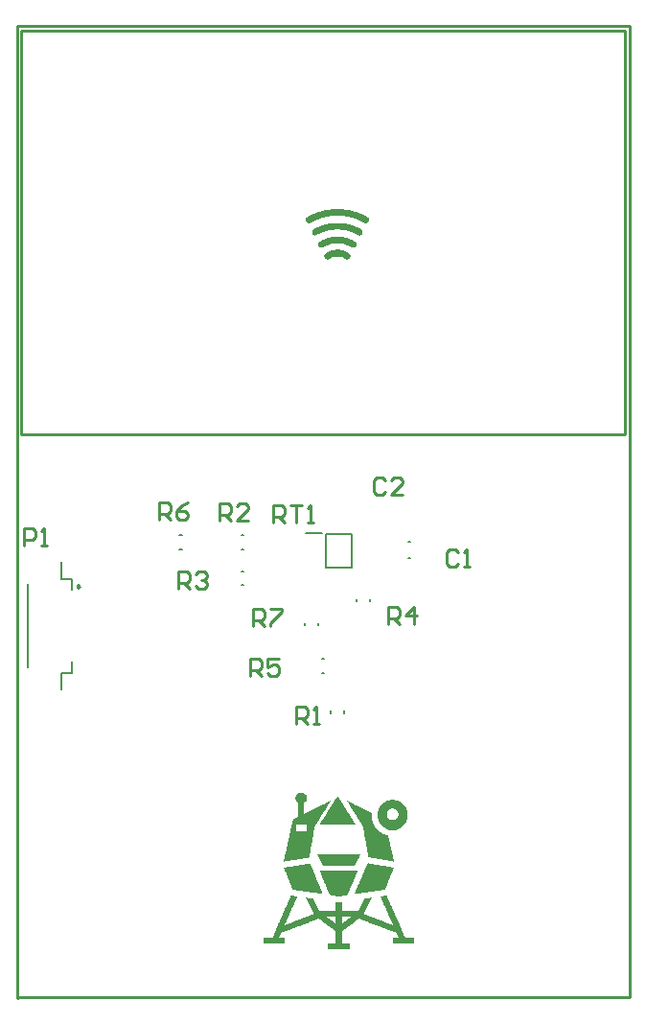
<source format=gto>
G04*
G04 #@! TF.GenerationSoftware,Altium Limited,Altium Designer,21.7.2 (23)*
G04*
G04 Layer_Color=65535*
%FSLAX25Y25*%
%MOIN*%
G70*
G04*
G04 #@! TF.SameCoordinates,3B60FD94-7D09-417F-B4C1-333D49710502*
G04*
G04*
G04 #@! TF.FilePolarity,Positive*
G04*
G01*
G75*
%ADD10C,0.00984*%
%ADD11C,0.01000*%
%ADD12C,0.00787*%
%ADD13C,0.01575*%
G36*
X113063Y274243D02*
X113949D01*
Y274169D01*
X114466D01*
Y274095D01*
X114909D01*
Y274021D01*
X115352D01*
Y273947D01*
X115721D01*
Y273873D01*
X116017D01*
Y273800D01*
X116312D01*
Y273726D01*
X116681D01*
Y273652D01*
X116977D01*
Y273578D01*
X117198D01*
Y273504D01*
X117494D01*
Y273430D01*
X117715D01*
Y273357D01*
X117937D01*
Y273283D01*
X118158D01*
Y273209D01*
X118380D01*
Y273135D01*
X118601D01*
Y273061D01*
X118749D01*
Y272987D01*
X118971D01*
Y272914D01*
X119192D01*
Y272840D01*
X119340D01*
Y272766D01*
X119561D01*
Y272692D01*
X119709D01*
Y272618D01*
X119857D01*
Y272544D01*
X120078D01*
Y272470D01*
X120226D01*
Y272397D01*
X120373D01*
Y272323D01*
X120521D01*
Y272249D01*
X120669D01*
Y272175D01*
X120817D01*
Y272101D01*
X120964D01*
Y272027D01*
X121112D01*
Y271954D01*
X121259D01*
Y271880D01*
X121407D01*
Y271806D01*
X121555D01*
Y271732D01*
X121703D01*
Y271658D01*
X121776D01*
Y271584D01*
X121924D01*
Y271511D01*
X121998D01*
Y271437D01*
X122146D01*
Y271363D01*
X122219D01*
Y271289D01*
X122293D01*
Y271215D01*
X122367D01*
Y271141D01*
X122441D01*
Y270994D01*
X122515D01*
Y270624D01*
X122589D01*
Y270403D01*
X122515D01*
Y270108D01*
X122441D01*
Y269960D01*
X122367D01*
Y269886D01*
X122293D01*
Y269812D01*
X122219D01*
Y269738D01*
X122146D01*
Y269665D01*
X122072D01*
Y269591D01*
X121924D01*
Y269517D01*
X121776D01*
Y269443D01*
X121481D01*
Y269369D01*
X121407D01*
Y269443D01*
X121112D01*
Y269517D01*
X120890D01*
Y269591D01*
X120743D01*
Y269665D01*
X120595D01*
Y269738D01*
X120447D01*
Y269812D01*
X120300D01*
Y269886D01*
X120152D01*
Y269960D01*
X120004D01*
Y270034D01*
X119857D01*
Y270108D01*
X119709D01*
Y270181D01*
X119561D01*
Y270255D01*
X119413D01*
Y270329D01*
X119266D01*
Y270403D01*
X119044D01*
Y270477D01*
X118897D01*
Y270551D01*
X118749D01*
Y270624D01*
X118527D01*
Y270698D01*
X118380D01*
Y270772D01*
X118158D01*
Y270846D01*
X118010D01*
Y270920D01*
X117789D01*
Y270994D01*
X117568D01*
Y271068D01*
X117346D01*
Y271141D01*
X117124D01*
Y271215D01*
X116903D01*
Y271289D01*
X116608D01*
Y271363D01*
X116312D01*
Y271437D01*
X116091D01*
Y271511D01*
X115721D01*
Y271584D01*
X115352D01*
Y271658D01*
X114983D01*
Y271732D01*
X114614D01*
Y271806D01*
X114023D01*
Y271880D01*
X113285D01*
Y271954D01*
X109593D01*
Y271880D01*
X108928D01*
Y271806D01*
X108338D01*
Y271732D01*
X107968D01*
Y271658D01*
X107599D01*
Y271584D01*
X107230D01*
Y271511D01*
X106935D01*
Y271437D01*
X106639D01*
Y271363D01*
X106344D01*
Y271289D01*
X106122D01*
Y271215D01*
X105901D01*
Y271141D01*
X105605D01*
Y271068D01*
X105458D01*
Y270994D01*
X105236D01*
Y270920D01*
X105015D01*
Y270846D01*
X104793D01*
Y270772D01*
X104646D01*
Y270698D01*
X104424D01*
Y270624D01*
X104276D01*
Y270551D01*
X104129D01*
Y270477D01*
X103907D01*
Y270403D01*
X103760D01*
Y270329D01*
X103612D01*
Y270255D01*
X103390D01*
Y270181D01*
X103243D01*
Y270108D01*
X103095D01*
Y270034D01*
X102947D01*
Y269960D01*
X102800D01*
Y269886D01*
X102652D01*
Y269812D01*
X102504D01*
Y269738D01*
X102357D01*
Y269665D01*
X102209D01*
Y269591D01*
X101987D01*
Y269517D01*
X101840D01*
Y269443D01*
X101618D01*
Y269369D01*
X101323D01*
Y269443D01*
X101175D01*
Y269517D01*
X101027D01*
Y269591D01*
X100880D01*
Y269665D01*
X100806D01*
Y269738D01*
X100732D01*
Y269812D01*
X100658D01*
Y269886D01*
X100584D01*
Y270034D01*
X100511D01*
Y270181D01*
X100437D01*
Y270920D01*
X100511D01*
Y271141D01*
X100584D01*
Y271215D01*
X100658D01*
Y271289D01*
X100732D01*
Y271363D01*
X100806D01*
Y271437D01*
X100880D01*
Y271511D01*
X101027D01*
Y271584D01*
X101101D01*
Y271658D01*
X101249D01*
Y271732D01*
X101397D01*
Y271806D01*
X101544D01*
Y271880D01*
X101618D01*
Y271954D01*
X101766D01*
Y272027D01*
X101913D01*
Y272101D01*
X102061D01*
Y272175D01*
X102209D01*
Y272249D01*
X102430D01*
Y272323D01*
X102578D01*
Y272397D01*
X102726D01*
Y272470D01*
X102873D01*
Y272544D01*
X103021D01*
Y272618D01*
X103243D01*
Y272692D01*
X103390D01*
Y272766D01*
X103612D01*
Y272840D01*
X103760D01*
Y272914D01*
X103981D01*
Y272987D01*
X104202D01*
Y273061D01*
X104350D01*
Y273135D01*
X104572D01*
Y273209D01*
X104793D01*
Y273283D01*
X105015D01*
Y273357D01*
X105236D01*
Y273430D01*
X105532D01*
Y273504D01*
X105753D01*
Y273578D01*
X106049D01*
Y273652D01*
X106270D01*
Y273726D01*
X106639D01*
Y273800D01*
X106935D01*
Y273873D01*
X107304D01*
Y273947D01*
X107673D01*
Y274021D01*
X108116D01*
Y274095D01*
X108559D01*
Y274169D01*
X109224D01*
Y274243D01*
X110405D01*
Y274317D01*
X113063D01*
Y274243D01*
D02*
G37*
G36*
X112842Y269443D02*
X113506D01*
Y269369D01*
X114097D01*
Y269295D01*
X114466D01*
Y269221D01*
X114835D01*
Y269148D01*
X115205D01*
Y269074D01*
X115500D01*
Y269000D01*
X115795D01*
Y268926D01*
X116017D01*
Y268852D01*
X116312D01*
Y268778D01*
X116534D01*
Y268705D01*
X116755D01*
Y268631D01*
X116977D01*
Y268557D01*
X117198D01*
Y268483D01*
X117346D01*
Y268409D01*
X117568D01*
Y268335D01*
X117715D01*
Y268262D01*
X117937D01*
Y268188D01*
X118084D01*
Y268114D01*
X118306D01*
Y268040D01*
X118454D01*
Y267966D01*
X118601D01*
Y267892D01*
X118749D01*
Y267819D01*
X118897D01*
Y267745D01*
X119044D01*
Y267671D01*
X119192D01*
Y267597D01*
X119340D01*
Y267523D01*
X119413D01*
Y267449D01*
X119561D01*
Y267375D01*
X119635D01*
Y267302D01*
X119783D01*
Y267228D01*
X119857D01*
Y267154D01*
X119930D01*
Y267080D01*
X120004D01*
Y267006D01*
X120078D01*
Y266933D01*
X120152D01*
Y266785D01*
X120226D01*
Y266711D01*
X120300D01*
Y266490D01*
X120373D01*
Y266194D01*
X120300D01*
Y265899D01*
X120226D01*
Y265751D01*
X120152D01*
Y265603D01*
X120078D01*
Y265529D01*
X120004D01*
Y265456D01*
X119930D01*
Y265382D01*
X119783D01*
Y265308D01*
X119709D01*
Y265234D01*
X119487D01*
Y265160D01*
X118971D01*
Y265234D01*
X118749D01*
Y265308D01*
X118601D01*
Y265382D01*
X118454D01*
Y265456D01*
X118306D01*
Y265529D01*
X118158D01*
Y265603D01*
X117937D01*
Y265677D01*
X117789D01*
Y265751D01*
X117641D01*
Y265825D01*
X117494D01*
Y265899D01*
X117346D01*
Y265973D01*
X117198D01*
Y266046D01*
X116977D01*
Y266120D01*
X116829D01*
Y266194D01*
X116681D01*
Y266268D01*
X116460D01*
Y266342D01*
X116238D01*
Y266416D01*
X116091D01*
Y266490D01*
X115869D01*
Y266563D01*
X115648D01*
Y266637D01*
X115352D01*
Y266711D01*
X115131D01*
Y266785D01*
X114835D01*
Y266859D01*
X114540D01*
Y266933D01*
X114171D01*
Y267006D01*
X113728D01*
Y267080D01*
X113285D01*
Y267154D01*
X112620D01*
Y267228D01*
X110479D01*
Y267154D01*
X109740D01*
Y267080D01*
X109224D01*
Y267006D01*
X108781D01*
Y266933D01*
X108411D01*
Y266859D01*
X108116D01*
Y266785D01*
X107821D01*
Y266711D01*
X107525D01*
Y266637D01*
X107304D01*
Y266563D01*
X107082D01*
Y266490D01*
X106861D01*
Y266416D01*
X106639D01*
Y266342D01*
X106492D01*
Y266268D01*
X106270D01*
Y266194D01*
X106122D01*
Y266120D01*
X105901D01*
Y266046D01*
X105753D01*
Y265973D01*
X105605D01*
Y265899D01*
X105458D01*
Y265825D01*
X105310D01*
Y265751D01*
X105162D01*
Y265677D01*
X104941D01*
Y265603D01*
X104793D01*
Y265529D01*
X104646D01*
Y265456D01*
X104498D01*
Y265382D01*
X104350D01*
Y265308D01*
X104129D01*
Y265234D01*
X103907D01*
Y265160D01*
X103390D01*
Y265234D01*
X103243D01*
Y265308D01*
X103095D01*
Y265382D01*
X103021D01*
Y265456D01*
X102947D01*
Y265529D01*
X102873D01*
Y265603D01*
X102800D01*
Y265751D01*
X102726D01*
Y265973D01*
X102652D01*
Y266637D01*
X102726D01*
Y266859D01*
X102800D01*
Y266933D01*
X102873D01*
Y267080D01*
X102947D01*
Y267154D01*
X103095D01*
Y267228D01*
X103169D01*
Y267302D01*
X103316D01*
Y267375D01*
X103464D01*
Y267449D01*
X103538D01*
Y267523D01*
X103686D01*
Y267597D01*
X103833D01*
Y267671D01*
X103981D01*
Y267745D01*
X104129D01*
Y267819D01*
X104276D01*
Y267892D01*
X104424D01*
Y267966D01*
X104646D01*
Y268040D01*
X104793D01*
Y268114D01*
X104941D01*
Y268188D01*
X105089D01*
Y268262D01*
X105310D01*
Y268335D01*
X105458D01*
Y268409D01*
X105605D01*
Y268483D01*
X105827D01*
Y268557D01*
X105975D01*
Y268631D01*
X106196D01*
Y268705D01*
X106418D01*
Y268778D01*
X106639D01*
Y268852D01*
X106935D01*
Y268926D01*
X107156D01*
Y269000D01*
X107451D01*
Y269074D01*
X107747D01*
Y269148D01*
X108116D01*
Y269221D01*
X108485D01*
Y269295D01*
X108854D01*
Y269369D01*
X109445D01*
Y269443D01*
X110110D01*
Y269517D01*
X112842D01*
Y269443D01*
D02*
G37*
G36*
X112546Y264644D02*
X113285D01*
Y264570D01*
X113728D01*
Y264496D01*
X114097D01*
Y264422D01*
X114392D01*
Y264348D01*
X114688D01*
Y264274D01*
X114909D01*
Y264200D01*
X115131D01*
Y264127D01*
X115352D01*
Y264053D01*
X115500D01*
Y263979D01*
X115721D01*
Y263905D01*
X115869D01*
Y263831D01*
X116091D01*
Y263757D01*
X116238D01*
Y263684D01*
X116386D01*
Y263610D01*
X116534D01*
Y263536D01*
X116681D01*
Y263462D01*
X116829D01*
Y263388D01*
X116977D01*
Y263314D01*
X117124D01*
Y263241D01*
X117272D01*
Y263167D01*
X117346D01*
Y263093D01*
X117494D01*
Y263019D01*
X117641D01*
Y262945D01*
X117715D01*
Y262871D01*
X117789D01*
Y262797D01*
X117863D01*
Y262724D01*
X117937D01*
Y262650D01*
X118010D01*
Y262502D01*
X118084D01*
Y262281D01*
X118158D01*
Y261838D01*
X118084D01*
Y261542D01*
X118010D01*
Y261468D01*
X117937D01*
Y261395D01*
X117863D01*
Y261247D01*
X117789D01*
Y261173D01*
X117715D01*
Y261099D01*
X117568D01*
Y261025D01*
X117420D01*
Y260951D01*
X117272D01*
Y260878D01*
X116829D01*
Y260951D01*
X116608D01*
Y261025D01*
X116460D01*
Y261099D01*
X116312D01*
Y261173D01*
X116165D01*
Y261247D01*
X116017D01*
Y261321D01*
X115869D01*
Y261395D01*
X115648D01*
Y261468D01*
X115500D01*
Y261542D01*
X115352D01*
Y261616D01*
X115205D01*
Y261690D01*
X114983D01*
Y261764D01*
X114835D01*
Y261838D01*
X114614D01*
Y261911D01*
X114392D01*
Y261985D01*
X114171D01*
Y262059D01*
X113875D01*
Y262133D01*
X113654D01*
Y262207D01*
X113285D01*
Y262281D01*
X112916D01*
Y262354D01*
X112399D01*
Y262428D01*
X110553D01*
Y262354D01*
X110036D01*
Y262281D01*
X109667D01*
Y262207D01*
X109298D01*
Y262133D01*
X109076D01*
Y262059D01*
X108781D01*
Y261985D01*
X108559D01*
Y261911D01*
X108338D01*
Y261838D01*
X108116D01*
Y261764D01*
X107968D01*
Y261690D01*
X107821D01*
Y261616D01*
X107599D01*
Y261542D01*
X107451D01*
Y261468D01*
X107304D01*
Y261395D01*
X107156D01*
Y261321D01*
X107008D01*
Y261247D01*
X106861D01*
Y261173D01*
X106713D01*
Y261099D01*
X106492D01*
Y261025D01*
X106344D01*
Y260951D01*
X106049D01*
Y260878D01*
X105605D01*
Y260951D01*
X105458D01*
Y261025D01*
X105384D01*
Y261099D01*
X105236D01*
Y261173D01*
X105162D01*
Y261247D01*
X105089D01*
Y261395D01*
X105015D01*
Y261468D01*
X104941D01*
Y261616D01*
X104867D01*
Y262428D01*
X104941D01*
Y262576D01*
X105015D01*
Y262650D01*
X105089D01*
Y262797D01*
X105162D01*
Y262871D01*
X105310D01*
Y262945D01*
X105384D01*
Y263019D01*
X105458D01*
Y263093D01*
X105605D01*
Y263167D01*
X105679D01*
Y263241D01*
X105827D01*
Y263314D01*
X105975D01*
Y263388D01*
X106122D01*
Y263462D01*
X106270D01*
Y263536D01*
X106418D01*
Y263610D01*
X106565D01*
Y263684D01*
X106713D01*
Y263757D01*
X106861D01*
Y263831D01*
X107082D01*
Y263905D01*
X107230D01*
Y263979D01*
X107451D01*
Y264053D01*
X107673D01*
Y264127D01*
X107821D01*
Y264200D01*
X108116D01*
Y264274D01*
X108338D01*
Y264348D01*
X108633D01*
Y264422D01*
X108928D01*
Y264496D01*
X109298D01*
Y264570D01*
X109740D01*
Y264644D01*
X110479D01*
Y264717D01*
X112546D01*
Y264644D01*
D02*
G37*
G36*
X112325Y260139D02*
X112842D01*
Y260065D01*
X113137D01*
Y259992D01*
X113433D01*
Y259918D01*
X113654D01*
Y259844D01*
X113875D01*
Y259770D01*
X114097D01*
Y259696D01*
X114245D01*
Y259622D01*
X114392D01*
Y259548D01*
X114540D01*
Y259475D01*
X114688D01*
Y259401D01*
X114835D01*
Y259327D01*
X114983D01*
Y259253D01*
X115057D01*
Y259179D01*
X115205D01*
Y259105D01*
X115278D01*
Y259032D01*
X115426D01*
Y258958D01*
X115500D01*
Y258884D01*
X115574D01*
Y258810D01*
X115648D01*
Y258736D01*
X115721D01*
Y258662D01*
X115795D01*
Y258589D01*
X115869D01*
Y258441D01*
X115943D01*
Y258293D01*
X116017D01*
Y257555D01*
X115943D01*
Y257407D01*
X115869D01*
Y257333D01*
X115795D01*
Y257259D01*
X115721D01*
Y257186D01*
X115648D01*
Y257112D01*
X115574D01*
Y257038D01*
X115500D01*
Y256964D01*
X115352D01*
Y256890D01*
X115131D01*
Y256817D01*
X114614D01*
Y256890D01*
X114466D01*
Y256964D01*
X114319D01*
Y257038D01*
X114171D01*
Y257112D01*
X114023D01*
Y257186D01*
X113875D01*
Y257259D01*
X113802D01*
Y257333D01*
X113654D01*
Y257407D01*
X113506D01*
Y257481D01*
X113359D01*
Y257555D01*
X113211D01*
Y257629D01*
X112989D01*
Y257702D01*
X112768D01*
Y257776D01*
X112473D01*
Y257850D01*
X110479D01*
Y257776D01*
X110184D01*
Y257702D01*
X109888D01*
Y257629D01*
X109740D01*
Y257555D01*
X109593D01*
Y257481D01*
X109445D01*
Y257407D01*
X109298D01*
Y257333D01*
X109150D01*
Y257259D01*
X109076D01*
Y257186D01*
X108928D01*
Y257112D01*
X108781D01*
Y257038D01*
X108633D01*
Y256964D01*
X108485D01*
Y256890D01*
X108338D01*
Y256817D01*
X107821D01*
Y256890D01*
X107599D01*
Y256964D01*
X107451D01*
Y257038D01*
X107378D01*
Y257112D01*
X107304D01*
Y257186D01*
X107230D01*
Y257259D01*
X107156D01*
Y257333D01*
X107082D01*
Y257481D01*
X107008D01*
Y257629D01*
X106935D01*
Y258293D01*
X107008D01*
Y258441D01*
X107082D01*
Y258589D01*
X107156D01*
Y258662D01*
X107230D01*
Y258736D01*
X107304D01*
Y258810D01*
X107378D01*
Y258884D01*
X107451D01*
Y258958D01*
X107599D01*
Y259032D01*
X107673D01*
Y259105D01*
X107821D01*
Y259179D01*
X107895D01*
Y259253D01*
X108042D01*
Y259327D01*
X108190D01*
Y259401D01*
X108264D01*
Y259475D01*
X108411D01*
Y259548D01*
X108559D01*
Y259622D01*
X108781D01*
Y259696D01*
X108928D01*
Y259770D01*
X109150D01*
Y259844D01*
X109298D01*
Y259918D01*
X109593D01*
Y259992D01*
X109814D01*
Y260065D01*
X110184D01*
Y260139D01*
X110700D01*
Y260213D01*
X112325D01*
Y260139D01*
D02*
G37*
G36*
X111698Y70054D02*
X111815D01*
Y69820D01*
X111931D01*
Y69703D01*
X112048D01*
Y69470D01*
X112165D01*
Y69353D01*
X112282D01*
Y69120D01*
X112398D01*
Y68886D01*
X112515D01*
Y68769D01*
X112632D01*
Y68652D01*
Y68536D01*
X112749D01*
Y68419D01*
X112865D01*
Y68185D01*
X112982D01*
Y67952D01*
X113099D01*
Y67835D01*
X113216D01*
Y67602D01*
X113332D01*
Y67485D01*
X113449D01*
Y67251D01*
X113566D01*
Y67135D01*
X113683D01*
Y66901D01*
X113800D01*
Y66668D01*
X113916D01*
Y66434D01*
X114033D01*
Y66317D01*
X114150D01*
Y66084D01*
X114267D01*
Y65967D01*
X114383D01*
Y65733D01*
X114500D01*
Y65500D01*
X114617D01*
Y65383D01*
X114734D01*
Y65267D01*
X114850D01*
Y65033D01*
X114967D01*
Y64799D01*
X115084D01*
Y64566D01*
X115200D01*
Y64449D01*
X115317D01*
Y64216D01*
X115434D01*
Y64099D01*
X115551D01*
Y63865D01*
X115668D01*
Y63749D01*
X115784D01*
Y63515D01*
X115901D01*
Y63282D01*
X116018D01*
Y63165D01*
X116135D01*
Y62931D01*
X116251D01*
Y62815D01*
X116368D01*
Y62581D01*
X116485D01*
Y62348D01*
X116602D01*
Y62231D01*
X116718D01*
Y61997D01*
X116835D01*
Y61880D01*
X116952D01*
Y61647D01*
X117069D01*
Y61414D01*
X117185D01*
Y61297D01*
X117302D01*
Y61063D01*
X117419D01*
Y60946D01*
X117536D01*
Y60713D01*
X117652D01*
Y60479D01*
X117769D01*
Y60363D01*
X105393D01*
Y60479D01*
X105510D01*
Y60713D01*
X105626D01*
Y60946D01*
X105743D01*
Y61063D01*
X105860D01*
Y61297D01*
X105977D01*
Y61530D01*
X106093D01*
Y61647D01*
X106210D01*
Y61880D01*
X106327D01*
Y61997D01*
X106444D01*
Y62231D01*
X106560D01*
Y62348D01*
X106677D01*
Y62581D01*
X106794D01*
Y62698D01*
X106911D01*
Y62931D01*
X107027D01*
Y63165D01*
X107144D01*
Y63282D01*
X107261D01*
Y63515D01*
X107378D01*
Y63749D01*
X107494D01*
Y63865D01*
X107611D01*
Y64099D01*
X107728D01*
Y64216D01*
X107845D01*
Y64449D01*
X107961D01*
Y64566D01*
X108078D01*
Y64799D01*
X108195D01*
Y65033D01*
X108312D01*
Y65267D01*
X108429D01*
Y65383D01*
X108545D01*
Y65617D01*
X108662D01*
Y65733D01*
X108779D01*
Y65967D01*
X108896D01*
Y66201D01*
X109012D01*
Y66317D01*
X109129D01*
Y66551D01*
X109246D01*
Y66668D01*
X109363D01*
Y66901D01*
X109479D01*
Y67135D01*
X109596D01*
Y67251D01*
X109713D01*
Y67485D01*
X109830D01*
Y67602D01*
X109946D01*
Y67835D01*
X110063D01*
Y67952D01*
X110180D01*
Y68185D01*
X110297D01*
Y68419D01*
X110414D01*
Y68536D01*
X110530D01*
Y68769D01*
X110647D01*
Y68886D01*
X110764D01*
Y69120D01*
X110880D01*
Y69236D01*
X110997D01*
Y69470D01*
X111114D01*
Y69703D01*
X111231D01*
Y69820D01*
X111347D01*
Y70054D01*
X111464D01*
Y70170D01*
X111698D01*
Y70054D01*
D02*
G37*
G36*
X131488Y68791D02*
X132071D01*
Y68674D01*
X132422D01*
Y68558D01*
X132772D01*
Y68441D01*
X133005D01*
Y68324D01*
X133239D01*
Y68207D01*
X133356D01*
Y68091D01*
X133589D01*
Y67974D01*
X133706D01*
Y67857D01*
X133940D01*
Y67740D01*
X134056D01*
Y67624D01*
X134173D01*
Y67507D01*
X134290D01*
Y67390D01*
X134407D01*
Y67273D01*
X134523D01*
Y67157D01*
X134640D01*
Y67040D01*
X134757D01*
Y66923D01*
X134874D01*
Y66690D01*
X134990D01*
Y66573D01*
X135107D01*
Y66456D01*
X135224D01*
Y66223D01*
X135341D01*
Y65989D01*
X135457D01*
Y65755D01*
X135574D01*
Y65405D01*
X135691D01*
Y64938D01*
X135808D01*
Y64354D01*
X135924D01*
Y62836D01*
X135808D01*
Y62253D01*
X135691D01*
Y61902D01*
X135574D01*
Y61552D01*
X135457D01*
Y61319D01*
X135341D01*
Y61085D01*
X135224D01*
Y60968D01*
X135107D01*
Y60735D01*
X134990D01*
Y60618D01*
X134874D01*
Y60385D01*
X134757D01*
Y60268D01*
X134640D01*
Y60151D01*
X134523D01*
Y60034D01*
X134407D01*
Y59918D01*
X134290D01*
Y59801D01*
X134173D01*
Y59684D01*
X134056D01*
Y59567D01*
X133940D01*
Y59451D01*
X133706D01*
Y59334D01*
X133589D01*
Y59217D01*
X133356D01*
Y59100D01*
X133239D01*
Y58983D01*
X133005D01*
Y58867D01*
X132772D01*
Y58750D01*
X132422D01*
Y58633D01*
X132071D01*
Y58517D01*
X131488D01*
Y58400D01*
X129970D01*
Y58517D01*
X129269D01*
Y58633D01*
X128919D01*
Y58750D01*
X128569D01*
Y58867D01*
X128335D01*
Y58983D01*
X128102D01*
Y59100D01*
X127985D01*
Y59217D01*
X127751D01*
Y59334D01*
X127518D01*
Y59451D01*
X127401D01*
Y59567D01*
X127284D01*
Y59684D01*
X127168D01*
Y59801D01*
X127051D01*
Y59918D01*
X126934D01*
Y60034D01*
X126817D01*
Y60151D01*
X126700D01*
Y60268D01*
X126584D01*
Y60385D01*
X126467D01*
Y60618D01*
X126350D01*
Y60735D01*
X126233D01*
Y60968D01*
X126117D01*
Y61085D01*
X126000D01*
Y61319D01*
X125883D01*
Y61552D01*
X125767D01*
Y61902D01*
X125650D01*
Y62370D01*
X125533D01*
Y62836D01*
X125416D01*
Y64354D01*
X125533D01*
Y65055D01*
X125650D01*
Y65405D01*
X125767D01*
Y65755D01*
X125883D01*
Y65989D01*
X126000D01*
Y66223D01*
X126117D01*
Y66339D01*
X126233D01*
Y66573D01*
X126350D01*
Y66690D01*
X126467D01*
Y66923D01*
X126584D01*
Y67040D01*
X126700D01*
Y67157D01*
X126817D01*
Y67273D01*
X126934D01*
Y67390D01*
X127051D01*
Y67507D01*
X127168D01*
Y67624D01*
X127284D01*
Y67740D01*
X127401D01*
Y67857D01*
X127635D01*
Y67974D01*
X127751D01*
Y68091D01*
X127985D01*
Y68207D01*
X128102D01*
Y68324D01*
X128335D01*
Y68441D01*
X128569D01*
Y68558D01*
X128919D01*
Y68674D01*
X129269D01*
Y68791D01*
X129853D01*
Y68908D01*
X131488D01*
Y68791D01*
D02*
G37*
G36*
X115025Y68441D02*
X115258D01*
Y68324D01*
X115492D01*
Y68207D01*
X115725D01*
Y68091D01*
X115959D01*
Y67974D01*
X116192D01*
Y67857D01*
X116426D01*
Y67740D01*
X116659D01*
Y67624D01*
X117010D01*
Y67507D01*
X117126D01*
Y67390D01*
X117360D01*
Y67273D01*
X117593D01*
Y67157D01*
X117944D01*
Y67040D01*
X118060D01*
Y66923D01*
X118411D01*
Y66806D01*
X118644D01*
Y66690D01*
X118878D01*
Y66573D01*
X119111D01*
Y66456D01*
X119345D01*
Y66339D01*
X119578D01*
Y66223D01*
X119812D01*
Y66106D01*
X120045D01*
Y65989D01*
X120279D01*
Y65872D01*
X120512D01*
Y65755D01*
X120746D01*
Y65639D01*
X121096D01*
Y65522D01*
X121330D01*
Y65405D01*
X121446D01*
Y65289D01*
X121797D01*
Y65172D01*
X121914D01*
Y65055D01*
X122264D01*
Y64938D01*
X122497D01*
Y64821D01*
X122731D01*
Y64705D01*
X122964D01*
Y64588D01*
X123198D01*
Y64471D01*
X123315D01*
Y62836D01*
X123431D01*
Y62136D01*
X123548D01*
Y61669D01*
X123665D01*
Y61319D01*
X123782D01*
Y60852D01*
X123898D01*
Y60618D01*
X124015D01*
Y60385D01*
X124132D01*
Y60151D01*
X124249D01*
Y60034D01*
X124365D01*
Y59801D01*
X124482D01*
Y59684D01*
X124599D01*
Y59451D01*
X124716D01*
Y59334D01*
X124832D01*
Y59100D01*
X124949D01*
Y58983D01*
X125066D01*
Y58867D01*
X125183D01*
Y58750D01*
X125300D01*
Y58633D01*
X125416D01*
Y58517D01*
X125533D01*
Y58400D01*
X125650D01*
Y58283D01*
X125767D01*
Y58166D01*
X125883D01*
Y58049D01*
X126000D01*
Y57933D01*
X126117D01*
Y57816D01*
X126350D01*
Y57699D01*
X126467D01*
Y57582D01*
X126700D01*
Y57466D01*
X126817D01*
Y57349D01*
X127051D01*
Y57232D01*
X127284D01*
Y57115D01*
X127401D01*
Y56999D01*
X127751D01*
Y56882D01*
X127985D01*
Y56765D01*
X128335D01*
Y56648D01*
X128685D01*
Y56532D01*
X129153D01*
Y56298D01*
X129269D01*
Y55714D01*
X129386D01*
Y55247D01*
X129503D01*
Y54780D01*
X129620D01*
Y54196D01*
X129736D01*
Y53729D01*
X129853D01*
Y53146D01*
X129970D01*
Y52562D01*
X130087D01*
Y52095D01*
X130203D01*
Y51511D01*
X130320D01*
Y51044D01*
X130437D01*
Y50577D01*
X130554D01*
Y49993D01*
X130670D01*
Y49409D01*
X130787D01*
Y48942D01*
X130904D01*
Y48475D01*
X131021D01*
Y47892D01*
X131137D01*
Y47425D01*
X130904D01*
Y47541D01*
X130320D01*
Y47658D01*
X129620D01*
Y47775D01*
X129036D01*
Y47892D01*
X128335D01*
Y48008D01*
X127635D01*
Y48125D01*
X127051D01*
Y48242D01*
X126467D01*
Y48359D01*
X125767D01*
Y48475D01*
X125066D01*
Y48592D01*
X124365D01*
Y48709D01*
X123782D01*
Y48825D01*
X123081D01*
Y48942D01*
X122497D01*
Y49059D01*
X122264D01*
Y49176D01*
X122147D01*
Y49760D01*
X122030D01*
Y50577D01*
X121914D01*
Y51278D01*
X121797D01*
Y51861D01*
X121680D01*
Y52562D01*
X121563D01*
Y53379D01*
X121446D01*
Y54080D01*
X121330D01*
Y54780D01*
X121213D01*
Y55364D01*
X121096D01*
Y56065D01*
X120979D01*
Y56882D01*
X120863D01*
Y57582D01*
X120746D01*
Y58283D01*
X120629D01*
Y58867D01*
X120512D01*
Y59567D01*
X120396D01*
Y59801D01*
X120279D01*
Y59918D01*
X120162D01*
Y60151D01*
X120045D01*
Y60385D01*
X119929D01*
Y60501D01*
X119812D01*
Y60735D01*
X119695D01*
Y60968D01*
X119578D01*
Y61085D01*
X119462D01*
Y61319D01*
X119345D01*
Y61435D01*
X119228D01*
Y61669D01*
X119111D01*
Y61786D01*
X118994D01*
Y62019D01*
X118878D01*
Y62253D01*
X118761D01*
Y62486D01*
X118644D01*
Y62603D01*
X118527D01*
Y62720D01*
X118411D01*
Y62953D01*
X118294D01*
Y63187D01*
X118177D01*
Y63304D01*
X118060D01*
Y63537D01*
X117944D01*
Y63771D01*
X117827D01*
Y63887D01*
X117710D01*
Y64121D01*
X117593D01*
Y64238D01*
X117477D01*
Y64471D01*
X117360D01*
Y64588D01*
X117243D01*
Y64821D01*
X117126D01*
Y65055D01*
X117010D01*
Y65172D01*
X116893D01*
Y65405D01*
X116776D01*
Y65639D01*
X116659D01*
Y65755D01*
X116543D01*
Y65989D01*
X116426D01*
Y66106D01*
X116309D01*
Y66339D01*
X116192D01*
Y66573D01*
X116076D01*
Y66690D01*
X115959D01*
Y66923D01*
X115842D01*
Y67040D01*
X115725D01*
Y67273D01*
X115609D01*
Y67390D01*
X115492D01*
Y67624D01*
X115375D01*
Y67857D01*
X115258D01*
Y67974D01*
X115141D01*
Y68207D01*
X115025D01*
Y68324D01*
X114908D01*
Y68558D01*
X115025D01*
Y68441D01*
D02*
G37*
G36*
X99379Y71360D02*
X99729D01*
Y71243D01*
X99963D01*
Y71126D01*
X100080D01*
Y71010D01*
X100196D01*
Y70893D01*
X100313D01*
Y70776D01*
X100430D01*
Y70659D01*
X100547D01*
Y70543D01*
X100663D01*
Y70309D01*
X100780D01*
Y69959D01*
X100897D01*
Y69025D01*
X100780D01*
Y68674D01*
X100663D01*
Y68441D01*
X100547D01*
Y68324D01*
X100430D01*
Y68207D01*
X100313D01*
Y68091D01*
X100196D01*
Y67974D01*
X100080D01*
Y67857D01*
X99963D01*
Y64121D01*
X100080D01*
Y64238D01*
X100313D01*
Y64354D01*
X100547D01*
Y64471D01*
X100780D01*
Y64588D01*
X101014D01*
Y64705D01*
X101247D01*
Y64821D01*
X101481D01*
Y64938D01*
X101714D01*
Y65055D01*
X101948D01*
Y65172D01*
X102181D01*
Y65289D01*
X102415D01*
Y65405D01*
X102765D01*
Y65522D01*
X102882D01*
Y65639D01*
X103232D01*
Y65755D01*
X103466D01*
Y65872D01*
X103699D01*
Y65989D01*
X103933D01*
Y66106D01*
X104166D01*
Y66223D01*
X104400D01*
Y66339D01*
X104633D01*
Y66456D01*
X104867D01*
Y66573D01*
X105100D01*
Y66690D01*
X105334D01*
Y66806D01*
X105567D01*
Y66923D01*
X105918D01*
Y67040D01*
X106151D01*
Y67157D01*
X106268D01*
Y67273D01*
X106618D01*
Y67390D01*
X106852D01*
Y67507D01*
X107085D01*
Y67624D01*
X107319D01*
Y67740D01*
X107552D01*
Y67857D01*
X107786D01*
Y67974D01*
X108019D01*
Y68091D01*
X108253D01*
Y68207D01*
X108486D01*
Y68324D01*
X108720D01*
Y68441D01*
X108953D01*
Y68558D01*
X109070D01*
Y68324D01*
X108953D01*
Y68207D01*
X108836D01*
Y67974D01*
X108720D01*
Y67740D01*
X108603D01*
Y67624D01*
X108486D01*
Y67390D01*
X108370D01*
Y67273D01*
X108253D01*
Y67040D01*
X108136D01*
Y66923D01*
X108019D01*
Y66690D01*
X107903D01*
Y66456D01*
X107786D01*
Y66339D01*
X107669D01*
Y66106D01*
X107552D01*
Y65989D01*
X107435D01*
Y65755D01*
X107319D01*
Y65522D01*
X107202D01*
Y65405D01*
X107085D01*
Y65172D01*
X106968D01*
Y65055D01*
X106852D01*
Y64821D01*
X106735D01*
Y64588D01*
X106618D01*
Y64471D01*
X106501D01*
Y64238D01*
X106385D01*
Y64121D01*
X106268D01*
Y63887D01*
X106151D01*
Y63654D01*
X106034D01*
Y63537D01*
X105918D01*
Y63304D01*
X105801D01*
Y63187D01*
X105684D01*
Y62953D01*
X105567D01*
Y62836D01*
X105450D01*
Y62603D01*
X105334D01*
Y62370D01*
X105217D01*
Y62253D01*
X105100D01*
Y62019D01*
X104983D01*
Y61786D01*
X104867D01*
Y61669D01*
X104750D01*
Y61435D01*
X104633D01*
Y61319D01*
X104516D01*
Y61085D01*
X104400D01*
Y60852D01*
X104283D01*
Y60735D01*
X104166D01*
Y60501D01*
X104050D01*
Y60385D01*
X103933D01*
Y60151D01*
X103816D01*
Y59918D01*
X103699D01*
Y59801D01*
X103582D01*
Y59567D01*
X103466D01*
Y58867D01*
X103349D01*
Y58283D01*
X103232D01*
Y57582D01*
X103115D01*
Y56882D01*
X102999D01*
Y56065D01*
X102882D01*
Y55364D01*
X102765D01*
Y54663D01*
X102648D01*
Y53963D01*
X102532D01*
Y53379D01*
X102415D01*
Y52679D01*
X102298D01*
Y51978D01*
X102181D01*
Y51161D01*
X102065D01*
Y50460D01*
X101948D01*
Y49760D01*
X101831D01*
Y49176D01*
X101714D01*
Y48942D01*
X101481D01*
Y48825D01*
X100897D01*
Y48709D01*
X100196D01*
Y48592D01*
X99496D01*
Y48475D01*
X98795D01*
Y48359D01*
X97978D01*
Y48242D01*
X97394D01*
Y48125D01*
X96694D01*
Y48008D01*
X95993D01*
Y47892D01*
X95293D01*
Y47775D01*
X94592D01*
Y47658D01*
X93775D01*
Y47541D01*
X93074D01*
Y47425D01*
X92841D01*
Y47892D01*
X92957D01*
Y48475D01*
X93074D01*
Y48942D01*
X93191D01*
Y49526D01*
X93308D01*
Y49993D01*
X93424D01*
Y50460D01*
X93541D01*
Y51044D01*
X93658D01*
Y51628D01*
X93775D01*
Y52095D01*
X93892D01*
Y52679D01*
X94008D01*
Y53146D01*
X94125D01*
Y53729D01*
X94242D01*
Y54196D01*
X94358D01*
Y54780D01*
X94475D01*
Y55247D01*
X94592D01*
Y55714D01*
X94709D01*
Y56298D01*
X94826D01*
Y56882D01*
X94942D01*
Y57349D01*
X95059D01*
Y57816D01*
X95176D01*
Y58400D01*
X95293D01*
Y58867D01*
X95409D01*
Y59451D01*
X95526D01*
Y59918D01*
X95643D01*
Y60501D01*
X95760D01*
Y60968D01*
X95876D01*
Y61552D01*
X95993D01*
Y62136D01*
X96110D01*
Y62253D01*
X96227D01*
Y62370D01*
X96460D01*
Y62486D01*
X96694D01*
Y62603D01*
X96927D01*
Y62720D01*
X97161D01*
Y62836D01*
X97511D01*
Y62953D01*
X97745D01*
Y63070D01*
X97861D01*
Y67857D01*
X97745D01*
Y67974D01*
X97511D01*
Y68207D01*
X97394D01*
Y68324D01*
X97277D01*
Y68441D01*
X97161D01*
Y68674D01*
X97044D01*
Y69025D01*
X96927D01*
Y69959D01*
X97044D01*
Y70309D01*
X97161D01*
Y70543D01*
X97277D01*
Y70659D01*
X97394D01*
Y70776D01*
X97511D01*
Y71010D01*
X97745D01*
Y71126D01*
X97861D01*
Y71243D01*
X98095D01*
Y71360D01*
X98445D01*
Y71477D01*
X99379D01*
Y71360D01*
D02*
G37*
G36*
X119462Y49760D02*
X119345D01*
Y49526D01*
X119228D01*
Y49293D01*
X119111D01*
Y49059D01*
X118994D01*
Y48825D01*
X118878D01*
Y48592D01*
X118761D01*
Y48359D01*
X118644D01*
Y48242D01*
Y48125D01*
X118527D01*
Y47892D01*
X118411D01*
Y47658D01*
X118294D01*
Y47425D01*
X118177D01*
Y47191D01*
X118060D01*
Y46957D01*
X117944D01*
Y46724D01*
X117827D01*
Y46490D01*
X117710D01*
Y46257D01*
X117593D01*
Y46140D01*
X106385D01*
Y46257D01*
X106268D01*
Y46490D01*
X106151D01*
Y46724D01*
X106034D01*
Y46957D01*
X105918D01*
Y47191D01*
X105801D01*
Y47425D01*
X105684D01*
Y47658D01*
X105567D01*
Y47892D01*
X105450D01*
Y48125D01*
X105334D01*
Y48359D01*
X105217D01*
Y48592D01*
X105100D01*
Y48825D01*
X104983D01*
Y49059D01*
X104867D01*
Y49293D01*
X104750D01*
Y49526D01*
X104633D01*
Y49760D01*
X104516D01*
Y49876D01*
X119462D01*
Y49760D01*
D02*
G37*
G36*
X122380Y46841D02*
X122964D01*
Y46724D01*
X123665D01*
Y46607D01*
X124249D01*
Y46490D01*
X124949D01*
Y46374D01*
X125533D01*
Y46257D01*
X126233D01*
Y46140D01*
X126934D01*
Y46023D01*
X127635D01*
Y45907D01*
X128335D01*
Y45790D01*
X128919D01*
Y45673D01*
X129503D01*
Y45556D01*
X130203D01*
Y45440D01*
X130904D01*
Y45323D01*
X131021D01*
Y44973D01*
X130904D01*
Y44739D01*
X130787D01*
Y44389D01*
X130670D01*
Y44039D01*
X130554D01*
Y43805D01*
X130437D01*
Y43571D01*
X130320D01*
Y43221D01*
X130203D01*
Y42988D01*
X130087D01*
Y42637D01*
X129970D01*
Y42404D01*
X129853D01*
Y42170D01*
X129736D01*
Y41820D01*
X129620D01*
Y41470D01*
X129503D01*
Y41236D01*
X129386D01*
Y40886D01*
X129269D01*
Y40652D01*
X129153D01*
Y40302D01*
X129036D01*
Y40069D01*
X128919D01*
Y39835D01*
X128802D01*
Y39485D01*
X128685D01*
Y39135D01*
X128569D01*
Y38901D01*
X128452D01*
Y38551D01*
X128335D01*
Y38317D01*
X128218D01*
Y37967D01*
X128102D01*
Y37734D01*
X127635D01*
Y37617D01*
X126817D01*
Y37500D01*
X126000D01*
Y37383D01*
X125183D01*
Y37266D01*
X124365D01*
Y37150D01*
X123665D01*
Y37033D01*
X122731D01*
Y36916D01*
X122030D01*
Y36799D01*
X121213D01*
Y36683D01*
X120396D01*
Y36566D01*
X119695D01*
Y36449D01*
X118878D01*
Y36332D01*
X118060D01*
Y36216D01*
X117477D01*
Y36449D01*
X117593D01*
Y36799D01*
X117710D01*
Y37033D01*
X117827D01*
Y37266D01*
X117944D01*
Y37617D01*
X118060D01*
Y37850D01*
X118177D01*
Y38084D01*
X118294D01*
Y38434D01*
X118411D01*
Y38668D01*
X118527D01*
Y38901D01*
X118644D01*
Y39251D01*
X118761D01*
Y39485D01*
X118878D01*
Y39835D01*
X118994D01*
Y40069D01*
X119111D01*
Y40302D01*
X119228D01*
Y40536D01*
X119345D01*
Y40886D01*
X119462D01*
Y41120D01*
X119578D01*
Y41353D01*
X119695D01*
Y41703D01*
X119812D01*
Y41937D01*
X119929D01*
Y42170D01*
X120045D01*
Y42521D01*
X120162D01*
Y42754D01*
X120279D01*
Y42988D01*
X120396D01*
Y43338D01*
X120512D01*
Y43571D01*
X120629D01*
Y43805D01*
X120746D01*
Y44155D01*
X120863D01*
Y44389D01*
X120979D01*
Y44622D01*
X121096D01*
Y44973D01*
X121213D01*
Y45206D01*
X121330D01*
Y45556D01*
X121446D01*
Y45790D01*
X121563D01*
Y46023D01*
X121680D01*
Y46257D01*
X121797D01*
Y46607D01*
X121914D01*
Y46841D01*
X122030D01*
Y46957D01*
X122380D01*
Y46841D01*
D02*
G37*
G36*
X102065Y46607D02*
X102181D01*
Y46257D01*
X102298D01*
Y45907D01*
X102415D01*
Y45673D01*
X102532D01*
Y45323D01*
X102648D01*
Y45089D01*
X102765D01*
Y44856D01*
X102882D01*
Y44622D01*
X102999D01*
Y44272D01*
X103115D01*
Y43922D01*
X103232D01*
Y43688D01*
X103349D01*
Y43338D01*
X103466D01*
Y43104D01*
X103582D01*
Y42871D01*
X103699D01*
Y42637D01*
X103816D01*
Y42287D01*
X103933D01*
Y42054D01*
X104050D01*
Y41703D01*
X104166D01*
Y41470D01*
X104283D01*
Y41120D01*
X104400D01*
Y40886D01*
X104516D01*
Y40652D01*
X104633D01*
Y40302D01*
X104750D01*
Y40069D01*
X104867D01*
Y39718D01*
X104983D01*
Y39485D01*
X105100D01*
Y39251D01*
X105217D01*
Y38901D01*
X105334D01*
Y38551D01*
X105450D01*
Y38317D01*
X105567D01*
Y38084D01*
X105684D01*
Y37734D01*
X105801D01*
Y37500D01*
X105918D01*
Y37266D01*
X106034D01*
Y36916D01*
X106151D01*
Y36683D01*
X106268D01*
Y36332D01*
X106385D01*
Y36216D01*
X105918D01*
Y36332D01*
X105217D01*
Y36449D01*
X104516D01*
Y36566D01*
X103699D01*
Y36683D01*
X102765D01*
Y36799D01*
X101948D01*
Y36916D01*
X101247D01*
Y37033D01*
X100430D01*
Y37150D01*
X99613D01*
Y37266D01*
X98795D01*
Y37383D01*
X98095D01*
Y37500D01*
X97161D01*
Y37617D01*
X96460D01*
Y37734D01*
X95876D01*
Y37967D01*
X95760D01*
Y38317D01*
X95643D01*
Y38551D01*
X95526D01*
Y38901D01*
X95409D01*
Y39251D01*
X95293D01*
Y39485D01*
X95176D01*
Y39718D01*
Y39835D01*
X95059D01*
Y40069D01*
X94942D01*
Y40302D01*
X94826D01*
Y40652D01*
X94709D01*
Y40886D01*
X94592D01*
Y41236D01*
X94475D01*
Y41470D01*
X94358D01*
Y41820D01*
X94242D01*
Y42054D01*
X94125D01*
Y42404D01*
X94008D01*
Y42637D01*
X93892D01*
Y42988D01*
X93775D01*
Y43221D01*
X93658D01*
Y43571D01*
X93541D01*
Y43922D01*
X93424D01*
Y44155D01*
X93308D01*
Y44389D01*
X93191D01*
Y44739D01*
X93074D01*
Y44973D01*
X92957D01*
Y45323D01*
X93191D01*
Y45440D01*
X93892D01*
Y45556D01*
X94709D01*
Y45673D01*
X95409D01*
Y45790D01*
X95993D01*
Y45907D01*
X96694D01*
Y46023D01*
X97511D01*
Y46140D01*
X98095D01*
Y46257D01*
X98912D01*
Y46374D01*
X99613D01*
Y46490D01*
X100313D01*
Y46607D01*
X101014D01*
Y46724D01*
X101597D01*
Y46841D01*
X102065D01*
Y46607D01*
D02*
G37*
G36*
X118527Y44039D02*
X118411D01*
Y43805D01*
X118294D01*
Y43455D01*
X118177D01*
Y43221D01*
X118060D01*
Y42988D01*
X117944D01*
Y42637D01*
X117827D01*
Y42404D01*
X117710D01*
Y42054D01*
X117593D01*
Y41820D01*
X117477D01*
Y41470D01*
X117360D01*
Y41236D01*
X117243D01*
Y41003D01*
X117126D01*
Y40769D01*
X117010D01*
Y40419D01*
X116893D01*
Y40185D01*
X116776D01*
Y39835D01*
X116659D01*
Y39602D01*
X116543D01*
Y39368D01*
X116426D01*
Y39135D01*
X116309D01*
Y38784D01*
X116192D01*
Y38551D01*
X116076D01*
Y38317D01*
X115959D01*
Y37967D01*
X115842D01*
Y37734D01*
X115725D01*
Y37500D01*
X115609D01*
Y37150D01*
X115492D01*
Y36916D01*
X115375D01*
Y36566D01*
X115258D01*
Y36332D01*
X115141D01*
Y36099D01*
X115025D01*
Y35865D01*
X114791D01*
Y35749D01*
X113974D01*
Y35632D01*
X113273D01*
Y35515D01*
X112456D01*
Y35398D01*
X111522D01*
Y35515D01*
X110705D01*
Y35632D01*
X110004D01*
Y35749D01*
X109187D01*
Y35865D01*
X108720D01*
Y36216D01*
X108603D01*
Y36449D01*
X108486D01*
Y36799D01*
X108370D01*
Y37033D01*
X108253D01*
Y37266D01*
X108136D01*
Y37617D01*
X108019D01*
Y37850D01*
X107903D01*
Y38201D01*
X107786D01*
Y38434D01*
X107669D01*
Y38668D01*
X107552D01*
Y39018D01*
X107435D01*
Y39368D01*
X107319D01*
Y39602D01*
X107202D01*
Y39835D01*
X107085D01*
Y40185D01*
X106968D01*
Y40419D01*
X106852D01*
Y40769D01*
X106735D01*
Y41003D01*
X106618D01*
Y41236D01*
X106501D01*
Y41587D01*
X106385D01*
Y41820D01*
X106268D01*
Y42170D01*
X106151D01*
Y42404D01*
X106034D01*
Y42637D01*
X105918D01*
Y42988D01*
X105801D01*
Y43221D01*
X105684D01*
Y43571D01*
X105567D01*
Y43805D01*
X105450D01*
Y44039D01*
X105334D01*
Y44272D01*
X118527D01*
Y44039D01*
D02*
G37*
G36*
X95643Y35632D02*
X96343D01*
Y35515D01*
X97161D01*
Y35398D01*
X97511D01*
Y35048D01*
X97394D01*
Y34815D01*
X97277D01*
Y34581D01*
X97161D01*
Y34348D01*
X97044D01*
Y34114D01*
X96927D01*
Y33880D01*
X96810D01*
Y33530D01*
X96694D01*
Y33297D01*
X96577D01*
Y33063D01*
X96460D01*
Y32830D01*
X96343D01*
Y32479D01*
X96227D01*
Y32246D01*
X96110D01*
Y31896D01*
X95993D01*
Y31662D01*
X95876D01*
Y31429D01*
X95760D01*
Y31195D01*
X95643D01*
Y30961D01*
X95526D01*
Y30611D01*
X95409D01*
Y30378D01*
X95293D01*
Y30144D01*
X95176D01*
Y29911D01*
X95059D01*
Y29560D01*
X94942D01*
Y29327D01*
X94826D01*
Y29093D01*
X94709D01*
Y28743D01*
X94592D01*
Y28510D01*
X94475D01*
Y28276D01*
X94358D01*
Y28043D01*
X94242D01*
Y27809D01*
X94125D01*
Y27459D01*
X94008D01*
Y27225D01*
X93892D01*
Y26992D01*
X93775D01*
Y26758D01*
X93658D01*
Y26408D01*
X93541D01*
Y26175D01*
X93424D01*
Y25941D01*
X93308D01*
Y25707D01*
X93191D01*
Y25474D01*
X93541D01*
Y25591D01*
X93775D01*
Y25707D01*
X94125D01*
Y25824D01*
X94475D01*
Y25941D01*
X94709D01*
Y26058D01*
X95059D01*
Y26175D01*
X95409D01*
Y26291D01*
X95643D01*
Y26408D01*
X95993D01*
Y26525D01*
X96343D01*
Y26641D01*
X96694D01*
Y26758D01*
X96927D01*
Y26875D01*
X97277D01*
Y26992D01*
X97511D01*
Y27108D01*
X97861D01*
Y27225D01*
X98211D01*
Y27342D01*
X98445D01*
Y27459D01*
X98795D01*
Y27575D01*
X99146D01*
Y27692D01*
X99379D01*
Y27809D01*
X99613D01*
Y27926D01*
X99963D01*
Y28043D01*
X100313D01*
Y28159D01*
X100547D01*
Y28276D01*
X100897D01*
Y28393D01*
X101247D01*
Y28510D01*
X101597D01*
Y28626D01*
X101831D01*
Y28743D01*
X102181D01*
Y28860D01*
X102415D01*
Y28977D01*
X102648D01*
Y29093D01*
X103115D01*
Y29210D01*
X103349D01*
Y29444D01*
X103232D01*
Y29677D01*
X103115D01*
Y29911D01*
X102999D01*
Y30144D01*
X102882D01*
Y30378D01*
X102765D01*
Y30611D01*
X102648D01*
Y30845D01*
X102532D01*
Y31078D01*
X102415D01*
Y31312D01*
X102298D01*
Y31545D01*
X102181D01*
Y31779D01*
X102065D01*
Y32012D01*
X101948D01*
Y32246D01*
X101831D01*
Y32479D01*
X101714D01*
Y32713D01*
X101597D01*
Y32830D01*
X101481D01*
Y33180D01*
X101364D01*
Y33413D01*
X101247D01*
Y33647D01*
X101130D01*
Y33880D01*
X101014D01*
Y34114D01*
X100897D01*
Y34348D01*
X100780D01*
Y34581D01*
X100663D01*
Y34815D01*
X100547D01*
Y34931D01*
X101130D01*
Y34815D01*
X101948D01*
Y34698D01*
X102648D01*
Y34581D01*
X103115D01*
Y34348D01*
X103232D01*
Y34114D01*
X103349D01*
Y33880D01*
X103466D01*
Y33647D01*
X103582D01*
Y33413D01*
X103699D01*
Y33180D01*
X103816D01*
Y32946D01*
X103933D01*
Y32713D01*
X104050D01*
Y32479D01*
X104166D01*
Y32246D01*
X104283D01*
Y32012D01*
X104400D01*
Y31779D01*
X104516D01*
Y31545D01*
X104633D01*
Y31312D01*
X104750D01*
Y31078D01*
X104867D01*
Y30845D01*
X104983D01*
Y30611D01*
X105100D01*
Y30378D01*
X110938D01*
Y33413D01*
X111522D01*
Y33297D01*
X112456D01*
Y33413D01*
X113040D01*
Y30378D01*
X118878D01*
Y30611D01*
X118994D01*
Y30845D01*
X119111D01*
Y31078D01*
X119228D01*
Y31312D01*
X119345D01*
Y31545D01*
X119462D01*
Y31779D01*
X119578D01*
Y32012D01*
X119695D01*
Y32246D01*
X119812D01*
Y32479D01*
X119929D01*
Y32713D01*
X120045D01*
Y33063D01*
X120162D01*
Y33180D01*
X120279D01*
Y33413D01*
X120396D01*
Y33647D01*
X120512D01*
Y33880D01*
X120629D01*
Y34114D01*
X120746D01*
Y34348D01*
X120863D01*
Y34581D01*
X121330D01*
Y34698D01*
X122147D01*
Y34815D01*
X122964D01*
Y34931D01*
X123431D01*
Y34815D01*
X123315D01*
Y34581D01*
X123198D01*
Y34348D01*
X123081D01*
Y34114D01*
X122964D01*
Y33880D01*
X122847D01*
Y33647D01*
X122731D01*
Y33413D01*
X122614D01*
Y33180D01*
X122497D01*
Y32946D01*
X122380D01*
Y32713D01*
X122264D01*
Y32479D01*
X122147D01*
Y32246D01*
X122030D01*
Y32012D01*
X121914D01*
Y31779D01*
X121797D01*
Y31545D01*
X121680D01*
Y31312D01*
X121563D01*
Y31078D01*
X121446D01*
Y30845D01*
X121330D01*
Y30611D01*
X121213D01*
Y30378D01*
X121096D01*
Y30144D01*
X120979D01*
Y29911D01*
X120863D01*
Y29677D01*
X120746D01*
Y29444D01*
X120629D01*
Y29210D01*
X120979D01*
Y29093D01*
X121213D01*
Y28977D01*
X121563D01*
Y28860D01*
X121797D01*
Y28743D01*
X122147D01*
Y28626D01*
X122497D01*
Y28510D01*
X122731D01*
Y28393D01*
X123081D01*
Y28276D01*
X123315D01*
Y28159D01*
X123665D01*
Y28043D01*
X124015D01*
Y27926D01*
X124365D01*
Y27809D01*
X124599D01*
Y27692D01*
X124832D01*
Y27575D01*
X125183D01*
Y27459D01*
X125533D01*
Y27342D01*
X125767D01*
Y27225D01*
X126117D01*
Y27108D01*
X126467D01*
Y26992D01*
X126700D01*
Y26875D01*
X127051D01*
Y26758D01*
X127401D01*
Y26641D01*
X127635D01*
Y26525D01*
X127868D01*
Y26408D01*
X128335D01*
Y26291D01*
X128569D01*
Y26175D01*
X128919D01*
Y26058D01*
X129269D01*
Y25941D01*
X129503D01*
Y25824D01*
X129853D01*
Y25707D01*
X130203D01*
Y25591D01*
X130437D01*
Y25474D01*
X130787D01*
Y25591D01*
X130670D01*
Y25941D01*
X130554D01*
Y26175D01*
X130437D01*
Y26408D01*
X130320D01*
Y26641D01*
X130203D01*
Y26992D01*
X130087D01*
Y27225D01*
X129970D01*
Y27459D01*
X129853D01*
Y27809D01*
X129736D01*
Y28043D01*
X129620D01*
Y28276D01*
X129503D01*
Y28510D01*
X129386D01*
Y28743D01*
X129269D01*
Y29093D01*
X129153D01*
Y29327D01*
X129036D01*
Y29560D01*
X128919D01*
Y29911D01*
X128802D01*
Y30144D01*
X128685D01*
Y30378D01*
X128569D01*
Y30611D01*
X128452D01*
Y30961D01*
X128335D01*
Y31195D01*
X128218D01*
Y31429D01*
X128102D01*
Y31662D01*
X127985D01*
Y31896D01*
X127868D01*
Y32246D01*
X127751D01*
Y32479D01*
X127635D01*
Y32830D01*
X127518D01*
Y33063D01*
X127401D01*
Y33297D01*
X127284D01*
Y33530D01*
X127168D01*
Y33764D01*
X127051D01*
Y34114D01*
X126934D01*
Y34348D01*
X126817D01*
Y34698D01*
X126700D01*
Y34931D01*
X126584D01*
Y35165D01*
X126467D01*
Y35398D01*
X126934D01*
Y35515D01*
X127635D01*
Y35632D01*
X128685D01*
Y35282D01*
X128802D01*
Y35048D01*
X128919D01*
Y34815D01*
X129036D01*
Y34464D01*
X129153D01*
Y34231D01*
X129269D01*
Y33997D01*
X129386D01*
Y33764D01*
X129503D01*
Y33530D01*
X129620D01*
Y33297D01*
X129736D01*
Y32946D01*
X129853D01*
Y32713D01*
X129970D01*
Y32479D01*
X130087D01*
Y32129D01*
X130203D01*
Y31896D01*
X130320D01*
Y31662D01*
X130437D01*
Y31429D01*
X130554D01*
Y31078D01*
X130670D01*
Y30845D01*
X130787D01*
Y30611D01*
X130904D01*
Y30378D01*
X131021D01*
Y30027D01*
X131137D01*
Y29794D01*
X131254D01*
Y29560D01*
X131371D01*
Y29210D01*
X131488D01*
Y28977D01*
X131604D01*
Y28743D01*
X131721D01*
Y28510D01*
X131838D01*
Y28276D01*
X131955D01*
Y28043D01*
X132071D01*
Y27692D01*
X132188D01*
Y27459D01*
X132305D01*
Y27225D01*
X132422D01*
Y26875D01*
X132538D01*
Y26641D01*
X132655D01*
Y26408D01*
X132772D01*
Y26175D01*
X132889D01*
Y25941D01*
X133005D01*
Y25591D01*
X133122D01*
Y25357D01*
X133239D01*
Y25007D01*
X133356D01*
Y24773D01*
X133473D01*
Y24540D01*
X133589D01*
Y24306D01*
X133706D01*
Y23956D01*
X133823D01*
Y23722D01*
X133940D01*
Y23489D01*
X134056D01*
Y23256D01*
X134173D01*
Y23022D01*
X134290D01*
Y22672D01*
X134407D01*
Y22438D01*
X134523D01*
Y22205D01*
X134640D01*
Y21854D01*
X134757D01*
Y21621D01*
X134874D01*
Y21387D01*
X134990D01*
Y21154D01*
X135107D01*
Y21037D01*
X138143D01*
Y18935D01*
X130670D01*
Y21037D01*
X132772D01*
Y21271D01*
X132655D01*
Y21504D01*
X132538D01*
Y21738D01*
X132422D01*
Y21971D01*
X132305D01*
Y22205D01*
X132188D01*
Y22555D01*
X132071D01*
Y22788D01*
X131721D01*
Y22905D01*
X131371D01*
Y23022D01*
X131137D01*
Y23139D01*
X130670D01*
Y23256D01*
X130320D01*
Y23372D01*
X130087D01*
Y23489D01*
X129736D01*
Y23606D01*
X129386D01*
Y23722D01*
X129153D01*
Y23839D01*
X128802D01*
Y23956D01*
X128452D01*
Y24073D01*
X128102D01*
Y24190D01*
X127868D01*
Y24306D01*
X127518D01*
Y24423D01*
X127284D01*
Y24540D01*
X126934D01*
Y24657D01*
X126584D01*
Y24773D01*
X126350D01*
Y24890D01*
X126000D01*
Y25007D01*
X125650D01*
Y25124D01*
X125416D01*
Y25240D01*
X125066D01*
Y25357D01*
X124832D01*
Y25474D01*
X124482D01*
Y25591D01*
X124249D01*
Y25707D01*
X123898D01*
Y25824D01*
X123548D01*
Y25941D01*
X123198D01*
Y26058D01*
X122964D01*
Y26175D01*
X122614D01*
Y26291D01*
X122380D01*
Y26408D01*
X122030D01*
Y26525D01*
X121797D01*
Y26641D01*
X121446D01*
Y26758D01*
X121213D01*
Y26875D01*
X120863D01*
Y26992D01*
X120512D01*
Y27108D01*
X120279D01*
Y27225D01*
X119929D01*
Y27342D01*
X119695D01*
Y27459D01*
X119345D01*
Y27575D01*
X118761D01*
Y27459D01*
X118644D01*
Y27342D01*
X118527D01*
Y27225D01*
X118294D01*
Y27108D01*
X118177D01*
Y26992D01*
X118060D01*
Y26875D01*
X117827D01*
Y26758D01*
X117710D01*
Y26641D01*
X117593D01*
Y26525D01*
X117360D01*
Y26408D01*
X117243D01*
Y26291D01*
X117126D01*
Y26175D01*
X117010D01*
Y26058D01*
X116776D01*
Y25941D01*
X116659D01*
Y25824D01*
X116543D01*
Y25707D01*
X116309D01*
Y25591D01*
X116192D01*
Y25474D01*
X115959D01*
Y25357D01*
X115842D01*
Y25240D01*
X115725D01*
Y25124D01*
X115492D01*
Y25007D01*
X115375D01*
Y24890D01*
X115258D01*
Y24773D01*
X115025D01*
Y24657D01*
X114908D01*
Y24540D01*
X114791D01*
Y24423D01*
X114558D01*
Y24306D01*
X114441D01*
Y24190D01*
X114324D01*
Y24073D01*
X114207D01*
Y23956D01*
X113974D01*
Y23839D01*
X113857D01*
Y23722D01*
X113624D01*
Y23606D01*
X113507D01*
Y23489D01*
X113390D01*
Y23372D01*
X113273D01*
Y23256D01*
X113040D01*
Y19169D01*
X115725D01*
Y17067D01*
X108253D01*
Y19169D01*
X110938D01*
Y23256D01*
X110821D01*
Y23372D01*
X110588D01*
Y23489D01*
X110471D01*
Y23606D01*
X110354D01*
Y23722D01*
X110121D01*
Y23839D01*
X110004D01*
Y23956D01*
X109887D01*
Y24073D01*
X109654D01*
Y24190D01*
X109537D01*
Y24306D01*
X109420D01*
Y24423D01*
X109187D01*
Y24540D01*
X109070D01*
Y24657D01*
X108953D01*
Y24773D01*
X108720D01*
Y24890D01*
X108603D01*
Y25007D01*
X108486D01*
Y25124D01*
X108253D01*
Y25240D01*
X108136D01*
Y25357D01*
X108019D01*
Y25474D01*
X107786D01*
Y25591D01*
X107669D01*
Y25707D01*
X107552D01*
Y25824D01*
X107319D01*
Y25941D01*
X107202D01*
Y26058D01*
X107085D01*
Y26175D01*
X106852D01*
Y26291D01*
X106735D01*
Y26408D01*
X106618D01*
Y26525D01*
X106385D01*
Y26641D01*
X106268D01*
Y26758D01*
X106034D01*
Y26875D01*
X105918D01*
Y26992D01*
X105801D01*
Y27108D01*
X105684D01*
Y27225D01*
X105567D01*
Y27342D01*
X105334D01*
Y27459D01*
X105217D01*
Y27575D01*
X104633D01*
Y27459D01*
X104400D01*
Y27342D01*
X104050D01*
Y27225D01*
X103816D01*
Y27108D01*
X103466D01*
Y26992D01*
X103115D01*
Y26875D01*
X102765D01*
Y26758D01*
X102532D01*
Y26641D01*
X102181D01*
Y26525D01*
X101948D01*
Y26408D01*
X101714D01*
Y26291D01*
X101364D01*
Y26175D01*
X101014D01*
Y26058D01*
X100780D01*
Y25941D01*
X100430D01*
Y25824D01*
X100080D01*
Y25707D01*
X99846D01*
Y25591D01*
X99496D01*
Y25474D01*
X99262D01*
Y25357D01*
X98912D01*
Y25240D01*
X98679D01*
Y25124D01*
X98328D01*
Y25007D01*
X97978D01*
Y24890D01*
X97628D01*
Y24773D01*
X97394D01*
Y24657D01*
X97044D01*
Y24540D01*
X96810D01*
Y24423D01*
X96460D01*
Y24306D01*
X96110D01*
Y24190D01*
X95876D01*
Y24073D01*
X95526D01*
Y23956D01*
X95176D01*
Y23839D01*
X94826D01*
Y23722D01*
X94592D01*
Y23606D01*
X94242D01*
Y23489D01*
X93892D01*
Y23372D01*
X93541D01*
Y23256D01*
X93191D01*
Y23139D01*
X92841D01*
Y23022D01*
X92607D01*
Y22905D01*
X92257D01*
Y22788D01*
X91907D01*
Y22555D01*
X91790D01*
Y22205D01*
X91673D01*
Y21971D01*
X91556D01*
Y21738D01*
X91440D01*
Y21504D01*
X91323D01*
Y21271D01*
X91206D01*
Y21037D01*
X93308D01*
Y18935D01*
X85835D01*
Y21037D01*
X88871D01*
Y21154D01*
X88988D01*
Y21387D01*
X89104D01*
Y21621D01*
X89221D01*
Y21854D01*
X89338D01*
Y22205D01*
X89455D01*
Y22438D01*
X89571D01*
Y22672D01*
X89688D01*
Y23022D01*
X89805D01*
Y23256D01*
X89922D01*
Y23489D01*
X90039D01*
Y23722D01*
X90155D01*
Y24073D01*
X90272D01*
Y24306D01*
X90389D01*
Y24540D01*
X90505D01*
Y24773D01*
X90622D01*
Y25124D01*
X90739D01*
Y25357D01*
X90856D01*
Y25591D01*
X90973D01*
Y25941D01*
X91089D01*
Y26175D01*
X91206D01*
Y26408D01*
X91323D01*
Y26641D01*
X91440D01*
Y26875D01*
X91556D01*
Y27225D01*
X91673D01*
Y27459D01*
X91790D01*
Y27692D01*
X91907D01*
Y27926D01*
X92023D01*
Y28276D01*
X92140D01*
Y28510D01*
X92257D01*
Y28743D01*
X92374D01*
Y28977D01*
X92490D01*
Y29210D01*
X92607D01*
Y29560D01*
X92724D01*
Y29794D01*
X92841D01*
Y30027D01*
X92957D01*
Y30378D01*
X93074D01*
Y30611D01*
X93191D01*
Y30845D01*
X93308D01*
Y31195D01*
X93424D01*
Y31429D01*
X93541D01*
Y31662D01*
X93658D01*
Y31896D01*
X93775D01*
Y32129D01*
X93892D01*
Y32479D01*
X94008D01*
Y32713D01*
X94125D01*
Y32946D01*
X94242D01*
Y33297D01*
X94358D01*
Y33530D01*
X94475D01*
Y33764D01*
X94592D01*
Y33997D01*
X94709D01*
Y34231D01*
X94826D01*
Y34464D01*
X94942D01*
Y34815D01*
X95059D01*
Y35048D01*
X95176D01*
Y35282D01*
X95293D01*
Y35632D01*
X95409D01*
Y35749D01*
X95643D01*
Y35632D01*
D02*
G37*
%LPC*%
G36*
X131137Y65872D02*
X130203D01*
Y65755D01*
X129853D01*
Y65639D01*
X129620D01*
Y65522D01*
X129503D01*
Y65405D01*
X129386D01*
Y65289D01*
X129269D01*
Y65172D01*
X129153D01*
Y65055D01*
X129036D01*
Y64938D01*
X128919D01*
Y64705D01*
X128802D01*
Y64354D01*
X128685D01*
Y63537D01*
X128802D01*
Y63187D01*
X128919D01*
Y62836D01*
X129036D01*
Y62720D01*
X129153D01*
Y62603D01*
X129269D01*
Y62486D01*
X129386D01*
Y62370D01*
X129503D01*
Y62253D01*
X129620D01*
Y62136D01*
X129853D01*
Y62019D01*
X130203D01*
Y61902D01*
X131137D01*
Y62019D01*
X131488D01*
Y62136D01*
X131721D01*
Y62253D01*
X131838D01*
Y62370D01*
X131955D01*
Y62486D01*
X132071D01*
Y62603D01*
X132188D01*
Y62720D01*
X132305D01*
Y62836D01*
X132422D01*
Y63070D01*
X132538D01*
Y63420D01*
X132655D01*
Y64354D01*
X132538D01*
Y64705D01*
X132422D01*
Y64938D01*
X132305D01*
Y65055D01*
X132188D01*
Y65172D01*
X132071D01*
Y65405D01*
X131838D01*
Y65522D01*
X131721D01*
Y65639D01*
X131488D01*
Y65755D01*
X131137D01*
Y65872D01*
D02*
G37*
G36*
X100780Y60268D02*
X97044D01*
Y59451D01*
Y59334D01*
Y58166D01*
X100780D01*
Y60268D01*
D02*
G37*
G36*
X116192Y28276D02*
X113040D01*
Y27108D01*
Y26992D01*
Y25824D01*
X113157D01*
Y25941D01*
X113273D01*
Y26058D01*
X113390D01*
Y26175D01*
X113624D01*
Y26291D01*
X113740D01*
Y26408D01*
X113857D01*
Y26525D01*
X114091D01*
Y26641D01*
X114207D01*
Y26758D01*
X114324D01*
Y26875D01*
X114441D01*
Y26992D01*
X114674D01*
Y27108D01*
X114791D01*
Y27225D01*
X114908D01*
Y27342D01*
X115141D01*
Y27459D01*
X115258D01*
Y27575D01*
X115492D01*
Y27692D01*
X115609D01*
Y27809D01*
X115725D01*
Y27926D01*
X115959D01*
Y28043D01*
X116076D01*
Y28159D01*
X116192D01*
Y28276D01*
D02*
G37*
G36*
X110938D02*
X107786D01*
Y28159D01*
X107903D01*
Y28043D01*
X108019D01*
Y27926D01*
X108253D01*
Y27809D01*
X108370D01*
Y27692D01*
X108486D01*
Y27575D01*
X108720D01*
Y27459D01*
X108836D01*
Y27342D01*
X108953D01*
Y27225D01*
X109187D01*
Y27108D01*
X109304D01*
Y26992D01*
X109420D01*
Y26875D01*
X109654D01*
Y26758D01*
X109771D01*
Y26641D01*
X109887D01*
Y26525D01*
X110121D01*
Y26408D01*
X110238D01*
Y26291D01*
X110354D01*
Y26175D01*
X110588D01*
Y26058D01*
X110705D01*
Y25941D01*
X110821D01*
Y25824D01*
X110938D01*
Y28276D01*
D02*
G37*
%LPD*%
D10*
X21835Y143181D02*
X21096Y143607D01*
Y142755D01*
X21835Y143181D01*
D11*
X1500Y196000D02*
X211500D01*
X1500Y336500D02*
X211500D01*
Y196000D02*
Y336500D01*
X1500Y196000D02*
Y336500D01*
X128000Y179999D02*
X127001Y180999D01*
X125001D01*
X124002Y179999D01*
Y176001D01*
X125001Y175001D01*
X127001D01*
X128000Y176001D01*
X133998Y175001D02*
X130000D01*
X133998Y179000D01*
Y179999D01*
X132999Y180999D01*
X130999D01*
X130000Y179999D01*
X82002Y129501D02*
Y135499D01*
X85001D01*
X86000Y134499D01*
Y132500D01*
X85001Y131500D01*
X82002D01*
X84001D02*
X86000Y129501D01*
X88000Y135499D02*
X91998D01*
Y134499D01*
X88000Y130501D01*
Y129501D01*
X49600Y166500D02*
Y172498D01*
X52599D01*
X53599Y171498D01*
Y169499D01*
X52599Y168499D01*
X49600D01*
X51599D02*
X53599Y166500D01*
X59597Y172498D02*
X57597Y171498D01*
X55598Y169499D01*
Y167500D01*
X56598Y166500D01*
X58597D01*
X59597Y167500D01*
Y168499D01*
X58597Y169499D01*
X55598D01*
X81002Y112001D02*
Y117999D01*
X84001D01*
X85000Y116999D01*
Y115000D01*
X84001Y114000D01*
X81002D01*
X83001D02*
X85000Y112001D01*
X90998Y117999D02*
X87000D01*
Y115000D01*
X88999Y116000D01*
X89999D01*
X90998Y115000D01*
Y113001D01*
X89999Y112001D01*
X87999D01*
X87000Y113001D01*
X129002Y130001D02*
Y135999D01*
X132001D01*
X133000Y134999D01*
Y133000D01*
X132001Y132000D01*
X129002D01*
X131001D02*
X133000Y130001D01*
X137999D02*
Y135999D01*
X135000Y133000D01*
X138998D01*
X56002Y142501D02*
Y148499D01*
X59001D01*
X60000Y147499D01*
Y145500D01*
X59001Y144500D01*
X56002D01*
X58001D02*
X60000Y142501D01*
X62000Y147499D02*
X62999Y148499D01*
X64999D01*
X65998Y147499D01*
Y146500D01*
X64999Y145500D01*
X63999D01*
X64999D01*
X65998Y144500D01*
Y143501D01*
X64999Y142501D01*
X62999D01*
X62000Y143501D01*
X70502Y166001D02*
Y171999D01*
X73501D01*
X74500Y170999D01*
Y169000D01*
X73501Y168000D01*
X70502D01*
X72501D02*
X74500Y166001D01*
X80498D02*
X76500D01*
X80498Y170000D01*
Y170999D01*
X79499Y171999D01*
X77499D01*
X76500Y170999D01*
X2400Y157400D02*
Y163398D01*
X5399D01*
X6399Y162398D01*
Y160399D01*
X5399Y159399D01*
X2400D01*
X8398Y157400D02*
X10397D01*
X9398D01*
Y163398D01*
X8398Y162398D01*
X89002Y165501D02*
Y171499D01*
X92001D01*
X93001Y170499D01*
Y168500D01*
X92001Y167500D01*
X89002D01*
X91002D02*
X93001Y165501D01*
X95000Y171499D02*
X98999D01*
X97000D01*
Y165501D01*
X100998D02*
X102998D01*
X101998D01*
Y171499D01*
X100998Y170499D01*
X97001Y95501D02*
Y101499D01*
X100000D01*
X101000Y100499D01*
Y98500D01*
X100000Y97500D01*
X97001D01*
X99001D02*
X101000Y95501D01*
X102999D02*
X104999D01*
X103999D01*
Y101499D01*
X102999Y100499D01*
X153500Y154999D02*
X152500Y155999D01*
X150501D01*
X149501Y154999D01*
Y151001D01*
X150501Y150001D01*
X152500D01*
X153500Y151001D01*
X155499Y150001D02*
X157499D01*
X156499D01*
Y155999D01*
X155499Y154999D01*
X0Y338000D02*
X213000D01*
Y500D02*
Y338000D01*
X500Y500D02*
X213000D01*
X0Y0D02*
X500Y500D01*
X0Y0D02*
Y338000D01*
D12*
X78106Y160961D02*
X78894D01*
X78106Y156039D02*
X78894D01*
X100039Y129606D02*
Y130394D01*
X104961Y129606D02*
Y130394D01*
X118039Y138043D02*
Y138831D01*
X122961Y138043D02*
Y138831D01*
X78106Y148461D02*
X78894D01*
X78106Y143539D02*
X78894D01*
X106106Y117961D02*
X106894D01*
X106106Y113039D02*
X106894D01*
X3921Y114933D02*
Y144067D01*
X15535Y145839D02*
Y151744D01*
Y145839D02*
X19079D01*
Y142098D02*
Y145839D01*
Y113161D02*
Y116902D01*
X15535Y107256D02*
Y113161D01*
X19079D01*
X56606Y160961D02*
X57394D01*
X56606Y156039D02*
X57394D01*
X107472Y161406D02*
X116528D01*
Y149594D02*
Y161406D01*
X107472Y149594D02*
X116528D01*
X107472D02*
Y161406D01*
X100484Y161602D02*
X106095D01*
X113764Y99106D02*
Y99894D01*
X109236Y99106D02*
Y99894D01*
X136205Y153146D02*
X136795D01*
X136205Y158854D02*
X136795D01*
D13*
X109925Y48504D02*
X113075D01*
M02*

</source>
